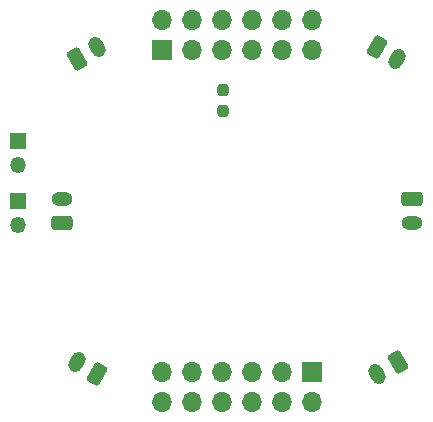
<source format=gbr>
%TF.GenerationSoftware,KiCad,Pcbnew,7.0.5*%
%TF.CreationDate,2024-01-17T11:16:35-05:00*%
%TF.ProjectId,PWR,5057522e-6b69-4636-9164-5f7063625858,rev?*%
%TF.SameCoordinates,Original*%
%TF.FileFunction,Soldermask,Bot*%
%TF.FilePolarity,Negative*%
%FSLAX46Y46*%
G04 Gerber Fmt 4.6, Leading zero omitted, Abs format (unit mm)*
G04 Created by KiCad (PCBNEW 7.0.5) date 2024-01-17 11:16:35*
%MOMM*%
%LPD*%
G01*
G04 APERTURE LIST*
G04 Aperture macros list*
%AMRoundRect*
0 Rectangle with rounded corners*
0 $1 Rounding radius*
0 $2 $3 $4 $5 $6 $7 $8 $9 X,Y pos of 4 corners*
0 Add a 4 corners polygon primitive as box body*
4,1,4,$2,$3,$4,$5,$6,$7,$8,$9,$2,$3,0*
0 Add four circle primitives for the rounded corners*
1,1,$1+$1,$2,$3*
1,1,$1+$1,$4,$5*
1,1,$1+$1,$6,$7*
1,1,$1+$1,$8,$9*
0 Add four rect primitives between the rounded corners*
20,1,$1+$1,$2,$3,$4,$5,0*
20,1,$1+$1,$4,$5,$6,$7,0*
20,1,$1+$1,$6,$7,$8,$9,0*
20,1,$1+$1,$8,$9,$2,$3,0*%
%AMHorizOval*
0 Thick line with rounded ends*
0 $1 width*
0 $2 $3 position (X,Y) of the first rounded end (center of the circle)*
0 $4 $5 position (X,Y) of the second rounded end (center of the circle)*
0 Add line between two ends*
20,1,$1,$2,$3,$4,$5,0*
0 Add two circle primitives to create the rounded ends*
1,1,$1,$2,$3*
1,1,$1,$4,$5*%
G04 Aperture macros list end*
%ADD10RoundRect,0.250000X-0.021891X0.737917X-0.628109X0.387917X0.021891X-0.737917X0.628109X-0.387917X0*%
%ADD11HorizOval,1.200000X-0.150000X0.259808X0.150000X-0.259808X0*%
%ADD12R,1.700000X1.700000*%
%ADD13O,1.700000X1.700000*%
%ADD14RoundRect,0.250000X-0.650000X0.350000X-0.650000X-0.350000X0.650000X-0.350000X0.650000X0.350000X0*%
%ADD15O,1.800000X1.200000*%
%ADD16RoundRect,0.250000X-0.628109X-0.387917X-0.021891X-0.737917X0.628109X0.387917X0.021891X0.737917X0*%
%ADD17HorizOval,1.200000X-0.150000X-0.259808X0.150000X0.259808X0*%
%ADD18RoundRect,0.250000X0.650000X-0.350000X0.650000X0.350000X-0.650000X0.350000X-0.650000X-0.350000X0*%
%ADD19RoundRect,0.250000X0.021891X-0.737917X0.628109X-0.387917X-0.021891X0.737917X-0.628109X0.387917X0*%
%ADD20RoundRect,0.250000X0.628109X0.387917X0.021891X0.737917X-0.628109X-0.387917X-0.021891X-0.737917X0*%
%ADD21HorizOval,1.200000X0.150000X0.259808X-0.150000X-0.259808X0*%
%ADD22R,1.350000X1.350000*%
%ADD23O,1.350000X1.350000*%
%ADD24RoundRect,0.237500X-0.237500X0.250000X-0.237500X-0.250000X0.237500X-0.250000X0.237500X0.250000X0*%
G04 APERTURE END LIST*
D10*
%TO.C,J4*%
X160607050Y-108212916D03*
D11*
X158874999Y-109212916D03*
%TD*%
D12*
%TO.C,J5*%
X140650000Y-81766978D03*
D13*
X140650000Y-79226978D03*
X143190000Y-81766978D03*
X143190000Y-79226978D03*
X145730000Y-81766978D03*
X145730000Y-79226978D03*
X148270000Y-81766978D03*
X148270000Y-79226978D03*
X150810000Y-81766978D03*
X150810000Y-79226978D03*
X153350000Y-81766978D03*
X153350000Y-79226978D03*
%TD*%
D14*
%TO.C,J8*%
X161850000Y-94400000D03*
D15*
X161850000Y-96400000D03*
%TD*%
D16*
%TO.C,J7*%
X158846475Y-81568542D03*
D17*
X160578526Y-82568542D03*
%TD*%
D18*
%TO.C,J10*%
X132150000Y-96400000D03*
D15*
X132150000Y-94400000D03*
%TD*%
D19*
%TO.C,J9*%
X133421475Y-82568542D03*
D11*
X135153526Y-81568542D03*
%TD*%
D12*
%TO.C,J6*%
X153350000Y-109045000D03*
D13*
X153350000Y-111585000D03*
X150810000Y-109045000D03*
X150810000Y-111585000D03*
X148270000Y-109045000D03*
X148270000Y-111585000D03*
X145730000Y-109045000D03*
X145730000Y-111585000D03*
X143190000Y-109045000D03*
X143190000Y-111585000D03*
X140650000Y-109045000D03*
X140650000Y-111585000D03*
%TD*%
D20*
%TO.C,J1*%
X135153525Y-109231458D03*
D21*
X133421474Y-108231458D03*
%TD*%
D22*
%TO.C,J2*%
X128490000Y-89500000D03*
D23*
X128490000Y-91500000D03*
%TD*%
D22*
%TO.C,J3*%
X128480000Y-94590000D03*
D23*
X128480000Y-96590000D03*
%TD*%
D24*
%TO.C,R2*%
X145770000Y-85147500D03*
X145770000Y-86972500D03*
%TD*%
M02*

</source>
